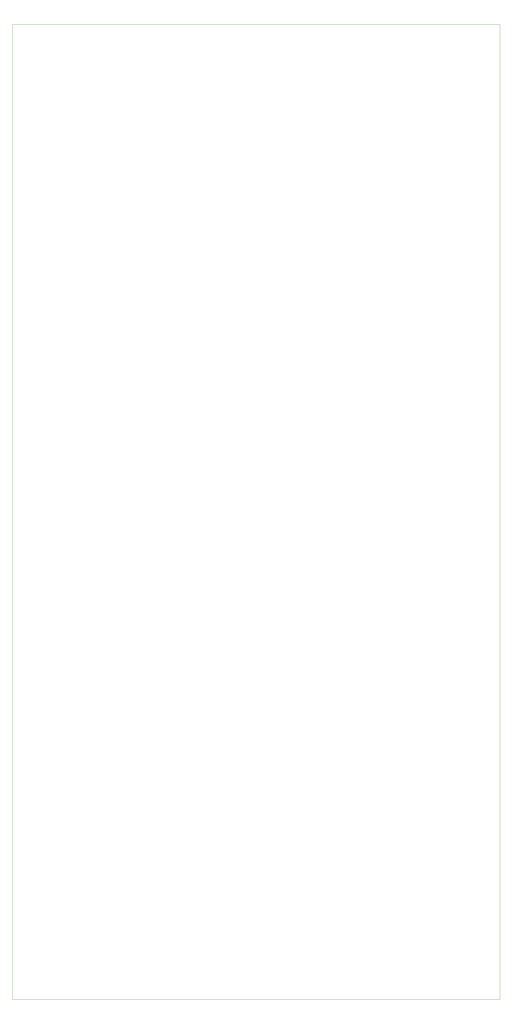
<source format=gbr>
%TF.GenerationSoftware,KiCad,Pcbnew,(6.0.2)*%
%TF.CreationDate,2022-10-19T17:10:30-07:00*%
%TF.ProjectId,tetris,74657472-6973-42e6-9b69-6361645f7063,rev?*%
%TF.SameCoordinates,Original*%
%TF.FileFunction,Profile,NP*%
%FSLAX46Y46*%
G04 Gerber Fmt 4.6, Leading zero omitted, Abs format (unit mm)*
G04 Created by KiCad (PCBNEW (6.0.2)) date 2022-10-19 17:10:30*
%MOMM*%
%LPD*%
G01*
G04 APERTURE LIST*
%TA.AperFunction,Profile*%
%ADD10C,0.100000*%
%TD*%
G04 APERTURE END LIST*
D10*
X152400000Y0D02*
X152400000Y-304800000D01*
X0Y-304800000D02*
X0Y0D01*
X0Y0D02*
X152400000Y0D01*
X152400000Y-304800000D02*
X0Y-304800000D01*
M02*

</source>
